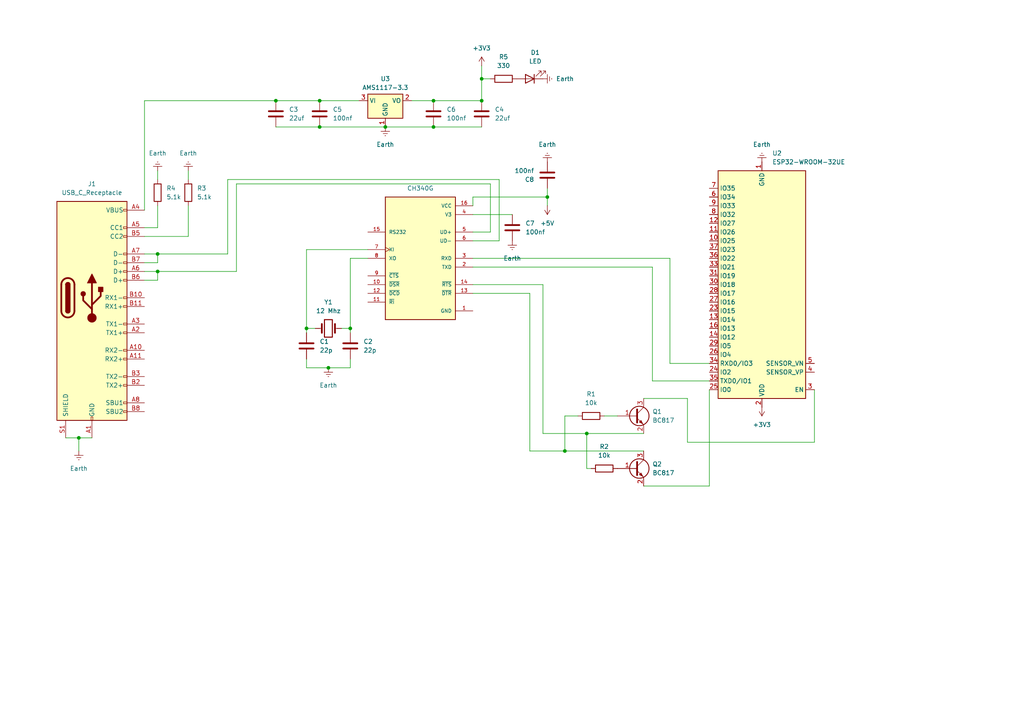
<source format=kicad_sch>
(kicad_sch (version 20231120) (generator "eeschema") (generator_version "8.0")
  (paper "A4")
  (lib_symbols
    (symbol "CH340G:CH340G" (pin_names (offset 1.016))
      (property "Reference" "U" (at -10.16 20.32 0))
      (property "Value" "CH340G" (at -10.16 -22.86 0))
      (symbol "CH340G_0_0"
        (rectangle (start -10.16 -17.78) (end 10.16 17.78) (stroke (width 0.254)) (fill (type background)))
        (pin power_in line (at 15.24 -15.24 180) (length 5.08) (name "GND") (number "1"))
        (pin input line (at -15.24 -7.62 0) (length 5.08) (name "~{DSR}") (number "10"))
        (pin input line (at -15.24 -12.7 0) (length 5.08) (name "~{RI}") (number "11"))
        (pin input line (at -15.24 -10.16 0) (length 5.08) (name "~{DCD}") (number "12"))
        (pin output line (at 15.24 -10.16 180) (length 5.08) (name "~{DTR}") (number "13"))
        (pin output line (at 15.24 -7.62 180) (length 5.08) (name "~{RTS}") (number "14"))
        (pin input line (at -15.24 7.62 0) (length 5.08) (name "RS232") (number "15"))
        (pin power_in line (at 15.24 15.24 180) (length 5.08) (name "VCC") (number "16"))
        (pin output line (at 15.24 -2.54 180) (length 5.08) (name "TXD") (number "2"))
        (pin input line (at 15.24 0 180) (length 5.08) (name "RXD") (number "3"))
        (pin power_in line (at 15.24 12.7 180) (length 5.08) (name "V3") (number "4"))
        (pin bidirectional line (at 15.24 7.62 180) (length 5.08) (name "UD+") (number "5"))
        (pin bidirectional line (at 15.24 5.08 180) (length 5.08) (name "UD-") (number "6"))
        (pin input clock (at -15.24 2.54 0) (length 5.08) (name "XI") (number "7"))
        (pin output line (at -15.24 0 0) (length 5.08) (name "XO") (number "8"))
        (pin input line (at -15.24 -5.08 0) (length 5.08) (name "~{CTS}") (number "9"))
      )
    )
    (symbol "Connector:USB_C_Receptacle" (pin_names (offset 1.016))
      (property "Reference" "J" (at -10.16 29.21 0))
      (property "Value" "USB_C_Receptacle" (at 10.16 29.21 0))
      (symbol "USB_C_Receptacle_0_0"
        (rectangle (start -0.254 -35.56) (end 0.254 -34.544))
        (rectangle (start 10.16 -32.766) (end 9.144 -33.274))
        (rectangle (start 10.16 -30.226) (end 9.144 -30.734))
        (rectangle (start 10.16 -25.146) (end 9.144 -25.654))
        (rectangle (start 10.16 -22.606) (end 9.144 -23.114))
        (rectangle (start 10.16 -17.526) (end 9.144 -18.034))
        (rectangle (start 10.16 -14.986) (end 9.144 -15.494))
        (rectangle (start 10.16 -9.906) (end 9.144 -10.414))
        (rectangle (start 10.16 -7.366) (end 9.144 -7.874))
        (rectangle (start 10.16 -2.286) (end 9.144 -2.794))
        (rectangle (start 10.16 0.254) (end 9.144 -0.254))
        (rectangle (start 10.16 5.334) (end 9.144 4.826))
        (rectangle (start 10.16 7.874) (end 9.144 7.366))
        (rectangle (start 10.16 10.414) (end 9.144 9.906))
        (rectangle (start 10.16 12.954) (end 9.144 12.446))
        (rectangle (start 10.16 18.034) (end 9.144 17.526))
        (rectangle (start 10.16 20.574) (end 9.144 20.066))
        (rectangle (start 10.16 25.654) (end 9.144 25.146))
      )
      (symbol "USB_C_Receptacle_0_1"
        (rectangle (start -10.16 27.94) (end 10.16 -35.56) (stroke (width 0.254)) (fill (type background)))
        (arc (start -8.89 -3.81) (mid -6.985 -5.7067) (end -5.08 -3.81) (stroke (width 0.508)))
        (arc (start -7.62 -3.81) (mid -6.985 -4.4423) (end -6.35 -3.81) (stroke (width 0.254)))
        (arc (start -7.62 -3.81) (mid -6.985 -4.4423) (end -6.35 -3.81) (stroke (width 0.254)) (fill (type outline)))
        (rectangle (start -7.62 -3.81) (end -6.35 3.81) (stroke (width 0.254)) (fill (type outline)))
        (arc (start -6.35 3.81) (mid -6.985 4.4423) (end -7.62 3.81) (stroke (width 0.254)))
        (arc (start -6.35 3.81) (mid -6.985 4.4423) (end -7.62 3.81) (stroke (width 0.254)) (fill (type outline)))
        (arc (start -5.08 3.81) (mid -6.985 5.7067) (end -8.89 3.81) (stroke (width 0.508)))
        (polyline (pts (xy -8.89 -3.81) (xy -8.89 3.81)) (stroke (width 0.508)))
        (polyline (pts (xy -5.08 3.81) (xy -5.08 -3.81)) (stroke (width 0.508)))
      )
      (symbol "USB_C_Receptacle_1_1"
        (circle (center -2.54 1.143) (radius 0.635) (stroke (width 0.254)) (fill (type outline)))
        (circle (center 0 -5.842) (radius 1.27) (fill (type outline)))
        (polyline (pts (xy 0 -5.842) (xy 0 4.318)) (stroke (width 0.508)))
        (polyline (pts (xy 0 -3.302) (xy -2.54 -0.762) (xy -2.54 0.508)) (stroke (width 0.508)))
        (polyline (pts (xy 0 -2.032) (xy 2.54 0.508) (xy 2.54 1.778)) (stroke (width 0.508)))
        (polyline (pts (xy -1.27 4.318) (xy 0 6.858) (xy 1.27 4.318) (xy -1.27 4.318)) (stroke (width 0.254)) (fill (type outline)))
        (rectangle (start 1.905 1.778) (end 3.175 3.048) (stroke (width 0.254)) (fill (type outline)))
        (pin passive line (at 0 -40.64 90) (length 5.08) (name "GND") (number "A1"))
        (pin bidirectional line (at 15.24 -15.24 180) (length 5.08) (name "RX2-") (number "A10"))
        (pin bidirectional line (at 15.24 -17.78 180) (length 5.08) (name "RX2+") (number "A11"))
        (pin passive line (at 0 -40.64 90) (length 5.08) hide (name "GND") (number "A12"))
        (pin bidirectional line (at 15.24 -10.16 180) (length 5.08) (name "TX1+") (number "A2"))
        (pin bidirectional line (at 15.24 -7.62 180) (length 5.08) (name "TX1-") (number "A3"))
        (pin passive line (at 15.24 25.4 180) (length 5.08) (name "VBUS") (number "A4"))
        (pin bidirectional line (at 15.24 20.32 180) (length 5.08) (name "CC1") (number "A5"))
        (pin bidirectional line (at 15.24 7.62 180) (length 5.08) (name "D+") (number "A6"))
        (pin bidirectional line (at 15.24 12.7 180) (length 5.08) (name "D-") (number "A7"))
        (pin bidirectional line (at 15.24 -30.48 180) (length 5.08) (name "SBU1") (number "A8"))
        (pin passive line (at 15.24 25.4 180) (length 5.08) hide (name "VBUS") (number "A9"))
        (pin passive line (at 0 -40.64 90) (length 5.08) hide (name "GND") (number "B1"))
        (pin bidirectional line (at 15.24 0 180) (length 5.08) (name "RX1-") (number "B10"))
        (pin bidirectional line (at 15.24 -2.54 180) (length 5.08) (name "RX1+") (number "B11"))
        (pin passive line (at 0 -40.64 90) (length 5.08) hide (name "GND") (number "B12"))
        (pin bidirectional line (at 15.24 -25.4 180) (length 5.08) (name "TX2+") (number "B2"))
        (pin bidirectional line (at 15.24 -22.86 180) (length 5.08) (name "TX2-") (number "B3"))
        (pin passive line (at 15.24 25.4 180) (length 5.08) hide (name "VBUS") (number "B4"))
        (pin bidirectional line (at 15.24 17.78 180) (length 5.08) (name "CC2") (number "B5"))
        (pin bidirectional line (at 15.24 5.08 180) (length 5.08) (name "D+") (number "B6"))
        (pin bidirectional line (at 15.24 10.16 180) (length 5.08) (name "D-") (number "B7"))
        (pin bidirectional line (at 15.24 -33.02 180) (length 5.08) (name "SBU2") (number "B8"))
        (pin passive line (at 15.24 25.4 180) (length 5.08) hide (name "VBUS") (number "B9"))
        (pin passive line (at -7.62 -40.64 90) (length 5.08) (name "SHIELD") (number "S1"))
      )
    )
    (symbol "Device:C" (pin_numbers hide) (pin_names (offset 0.254))
      (property "Reference" "C" (at 0.635 2.54 0))
      (property "Value" "C" (at 0.635 -2.54 0))
      (symbol "C_0_1"
        (polyline (pts (xy -2.032 -0.762) (xy 2.032 -0.762)) (stroke (width 0.508)))
        (polyline (pts (xy -2.032 0.762) (xy 2.032 0.762)) (stroke (width 0.508)))
      )
      (symbol "C_1_1"
        (pin passive line (at 0 3.81 270) (length 2.794) (name "~") (number "1"))
        (pin passive line (at 0 -3.81 90) (length 2.794) (name "~") (number "2"))
      )
    )
    (symbol "Device:Crystal" (pin_numbers hide) (pin_names (offset 1.016) hide)
      (property "Reference" "Y" (at 0 3.81 0))
      (property "Value" "Crystal" (at 0 -3.81 0))
      (symbol "Crystal_0_1"
        (rectangle (start -1.143 2.54) (end 1.143 -2.54) (stroke (width 0.3048)))
        (polyline (pts (xy -2.54 0) (xy -1.905 0)))
        (polyline (pts (xy -1.905 -1.27) (xy -1.905 1.27)) (stroke (width 0.508)))
        (polyline (pts (xy 1.905 -1.27) (xy 1.905 1.27)) (stroke (width 0.508)))
        (polyline (pts (xy 2.54 0) (xy 1.905 0)))
      )
      (symbol "Crystal_1_1"
        (pin passive line (at -3.81 0 0) (length 1.27) (name "1") (number "1"))
        (pin passive line (at 3.81 0 180) (length 1.27) (name "2") (number "2"))
      )
    )
    (symbol "Device:LED" (pin_numbers hide) (pin_names (offset 1.016) hide)
      (property "Reference" "D" (at 0 2.54 0))
      (property "Value" "LED" (at 0 -2.54 0))
      (symbol "LED_0_1"
        (polyline (pts (xy -1.27 -1.27) (xy -1.27 1.27)) (stroke (width 0.254)))
        (polyline (pts (xy -1.27 0) (xy 1.27 0)))
        (polyline (pts (xy 1.27 -1.27) (xy 1.27 1.27) (xy -1.27 0) (xy 1.27 -1.27)) (stroke (width 0.254)))
        (polyline (pts (xy -3.048 -0.762) (xy -4.572 -2.286) (xy -3.81 -2.286) (xy -4.572 -2.286) (xy -4.572 -1.524)))
        (polyline (pts (xy -1.778 -0.762) (xy -3.302 -2.286) (xy -2.54 -2.286) (xy -3.302 -2.286) (xy -3.302 -1.524)))
      )
      (symbol "LED_1_1"
        (pin passive line (at -3.81 0 0) (length 2.54) (name "K") (number "1"))
        (pin passive line (at 3.81 0 180) (length 2.54) (name "A") (number "2"))
      )
    )
    (symbol "Device:R" (pin_numbers hide) (pin_names (offset 0))
      (property "Reference" "R" (at 2.032 0 90))
      (property "Value" "R" (at 0 0 90))
      (symbol "R_0_1"
        (rectangle (start -1.016 -2.54) (end 1.016 2.54) (stroke (width 0.254)))
      )
      (symbol "R_1_1"
        (pin passive line (at 0 3.81 270) (length 1.27) (name "~") (number "1"))
        (pin passive line (at 0 -3.81 90) (length 1.27) (name "~") (number "2"))
      )
    )
    (symbol "RF_Module:ESP32-WROOM-32UE"
      (property "Reference" "U" (at -12.7 34.29 0))
      (property "Value" "ESP32-WROOM-32UE" (at 1.27 34.29 0))
      (symbol "ESP32-WROOM-32UE_0_1"
        (rectangle (start -12.7 33.02) (end 12.7 -33.02) (stroke (width 0.254)) (fill (type background)))
      )
      (symbol "ESP32-WROOM-32UE_1_1"
        (pin power_in line (at 0 -35.56 90) (length 2.54) (name "GND") (number "1"))
        (pin bidirectional line (at 15.24 -12.7 180) (length 2.54) (name "IO25") (number "10"))
        (pin bidirectional line (at 15.24 -15.24 180) (length 2.54) (name "IO26") (number "11"))
        (pin bidirectional line (at 15.24 -17.78 180) (length 2.54) (name "IO27") (number "12"))
        (pin bidirectional line (at 15.24 10.16 180) (length 2.54) (name "IO14") (number "13"))
        (pin bidirectional line (at 15.24 15.24 180) (length 2.54) (name "IO12") (number "14"))
        (pin passive line (at 0 -35.56 90) (length 2.54) hide (name "GND") (number "15"))
        (pin bidirectional line (at 15.24 12.7 180) (length 2.54) (name "IO13") (number "16"))
        (pin no_connect line (at -12.7 -5.08 0) (length 2.54) hide (name "NC") (number "17"))
        (pin no_connect line (at -12.7 -7.62 0) (length 2.54) hide (name "NC") (number "18"))
        (pin no_connect line (at -12.7 -12.7 0) (length 2.54) hide (name "NC") (number "19"))
        (pin power_in line (at 0 35.56 270) (length 2.54) (name "VDD") (number "2"))
        (pin no_connect line (at -12.7 -10.16 0) (length 2.54) hide (name "NC") (number "20"))
        (pin no_connect line (at -12.7 0 0) (length 2.54) hide (name "NC") (number "21"))
        (pin no_connect line (at -12.7 -2.54 0) (length 2.54) hide (name "NC") (number "22"))
        (pin bidirectional line (at 15.24 7.62 180) (length 2.54) (name "IO15") (number "23"))
        (pin bidirectional line (at 15.24 25.4 180) (length 2.54) (name "IO2") (number "24"))
        (pin bidirectional line (at 15.24 30.48 180) (length 2.54) (name "IO0") (number "25"))
        (pin bidirectional line (at 15.24 20.32 180) (length 2.54) (name "IO4") (number "26"))
        (pin bidirectional line (at 15.24 5.08 180) (length 2.54) (name "IO16") (number "27"))
        (pin bidirectional line (at 15.24 2.54 180) (length 2.54) (name "IO17") (number "28"))
        (pin bidirectional line (at 15.24 17.78 180) (length 2.54) (name "IO5") (number "29"))
        (pin input line (at -15.24 30.48 0) (length 2.54) (name "EN") (number "3"))
        (pin bidirectional line (at 15.24 0 180) (length 2.54) (name "IO18") (number "30"))
        (pin bidirectional line (at 15.24 -2.54 180) (length 2.54) (name "IO19") (number "31"))
        (pin no_connect line (at -12.7 -27.94 0) (length 2.54) hide (name "NC") (number "32"))
        (pin bidirectional line (at 15.24 -5.08 180) (length 2.54) (name "IO21") (number "33"))
        (pin bidirectional line (at 15.24 22.86 180) (length 2.54) (name "RXD0/IO3") (number "34"))
        (pin bidirectional line (at 15.24 27.94 180) (length 2.54) (name "TXD0/IO1") (number "35"))
        (pin bidirectional line (at 15.24 -7.62 180) (length 2.54) (name "IO22") (number "36"))
        (pin bidirectional line (at 15.24 -10.16 180) (length 2.54) (name "IO23") (number "37"))
        (pin passive line (at 0 -35.56 90) (length 2.54) hide (name "GND") (number "38"))
        (pin passive line (at 0 -35.56 90) (length 2.54) hide (name "GND") (number "39"))
        (pin input line (at -15.24 25.4 0) (length 2.54) (name "SENSOR_VP") (number "4"))
        (pin input line (at -15.24 22.86 0) (length 2.54) (name "SENSOR_VN") (number "5"))
        (pin input line (at 15.24 -25.4 180) (length 2.54) (name "IO34") (number "6"))
        (pin input line (at 15.24 -27.94 180) (length 2.54) (name "IO35") (number "7"))
        (pin bidirectional line (at 15.24 -20.32 180) (length 2.54) (name "IO32") (number "8"))
        (pin bidirectional line (at 15.24 -22.86 180) (length 2.54) (name "IO33") (number "9"))
      )
    )
    (symbol "Regulator_Linear:AMS1117-3.3"
      (property "Reference" "U" (at -3.81 3.175 0))
      (property "Value" "AMS1117-3.3" (at 0 3.175 0))
      (symbol "AMS1117-3.3_0_1"
        (rectangle (start -5.08 -5.08) (end 5.08 1.905) (stroke (width 0.254)) (fill (type background)))
      )
      (symbol "AMS1117-3.3_1_1"
        (pin power_in line (at 0 -7.62 90) (length 2.54) (name "GND") (number "1"))
        (pin power_out line (at 7.62 0 180) (length 2.54) (name "VO") (number "2"))
        (pin power_in line (at -7.62 0 0) (length 2.54) (name "VI") (number "3"))
      )
    )
    (symbol "Transistor_BJT:BC817" (pin_names (offset 0) hide)
      (property "Reference" "Q" (at 5.08 1.905 0))
      (property "Value" "BC817" (at 5.08 0 0))
      (symbol "BC817_0_1"
        (polyline (pts (xy 0.635 0.635) (xy 2.54 2.54)))
        (polyline (pts (xy 0.635 -0.635) (xy 2.54 -2.54) (xy 2.54 -2.54)))
        (polyline (pts (xy 0.635 1.905) (xy 0.635 -1.905) (xy 0.635 -1.905)) (stroke (width 0.508)))
        (polyline (pts (xy 1.27 -1.778) (xy 1.778 -1.27) (xy 2.286 -2.286) (xy 1.27 -1.778) (xy 1.27 -1.778)) (fill (type outline)))
        (circle (center 1.27 0) (radius 2.8194) (stroke (width 0.254)))
      )
      (symbol "BC817_1_1"
        (pin input line (at -5.08 0 0) (length 5.715) (name "B") (number "1"))
        (pin passive line (at 2.54 -5.08 90) (length 2.54) (name "E") (number "2"))
        (pin passive line (at 2.54 5.08 270) (length 2.54) (name "C") (number "3"))
      )
    )
    (symbol "power:+3V3" (power) (pin_numbers hide) (pin_names (offset 0) hide)
      (property "Value" "+3V3" (at 0 3.556 0))
      (symbol "+3V3_0_1"
        (polyline (pts (xy -0.762 1.27) (xy 0 2.54)))
        (polyline (pts (xy 0 0) (xy 0 2.54)))
        (polyline (pts (xy 0 2.54) (xy 0.762 1.27)))
      )
      (symbol "+3V3_1_1"
        (pin power_in line (at 0 0 90) (length 0) (name "~") (number "1"))
      )
    )
    (symbol "power:+5V" (power) (pin_numbers hide) (pin_names (offset 0) hide)
      (property "Value" "+5V" (at 0 3.556 0))
      (symbol "+5V_0_1"
        (polyline (pts (xy -0.762 1.27) (xy 0 2.54)))
        (polyline (pts (xy 0 0) (xy 0 2.54)))
        (polyline (pts (xy 0 2.54) (xy 0.762 1.27)))
      )
      (symbol "+5V_1_1"
        (pin power_in line (at 0 0 90) (length 0) (name "~") (number "1"))
      )
    )
    (symbol "power:Earth" (power) (pin_numbers hide) (pin_names (offset 0) hide)
      (property "Value" "Earth" (at 0 -3.81 0))
      (symbol "Earth_0_1"
        (polyline (pts (xy -0.635 -1.905) (xy 0.635 -1.905)))
        (polyline (pts (xy -0.127 -2.54) (xy 0.127 -2.54)))
        (polyline (pts (xy 0 -1.27) (xy 0 0)))
        (polyline (pts (xy 1.27 -1.27) (xy -1.27 -1.27)))
      )
      (symbol "Earth_1_1"
        (pin power_in line (at 0 0 270) (length 0) (name "~") (number "1"))
      )
    )
  )
  (junction (at 92.71 36.83))
  (junction (at 22.86 127))
  (junction (at 92.71 29.21))
  (junction (at 111.76 36.83))
  (junction (at 170.18 125.73))
  (junction (at 45.72 78.74))
  (junction (at 139.7 22.86))
  (junction (at 158.75 57.15))
  (junction (at 139.7 29.21))
  (junction (at 125.73 29.21))
  (junction (at 95.25 106.68))
  (junction (at 101.6 95.25))
  (junction (at 125.73 36.83))
  (junction (at 45.72 73.66))
  (junction (at 80.01 29.21))
  (junction (at 88.9 95.25))
  (junction (at 163.83 130.81))
  (wire (pts (xy 153.67 130.81) (xy 153.67 85.09)))
  (wire (pts (xy 205.74 110.49) (xy 189.23 110.49)))
  (wire (pts (xy 41.91 29.21) (xy 80.01 29.21)))
  (wire (pts (xy 101.6 74.93) (xy 101.6 95.25)))
  (wire (pts (xy 139.7 22.86) (xy 139.7 29.21)))
  (wire (pts (xy 189.23 77.47) (xy 137.16 77.47)))
  (wire (pts (xy 54.61 59.69) (xy 54.61 68.58)))
  (wire (pts (xy 41.91 29.21) (xy 41.91 60.96)))
  (wire (pts (xy 167.64 120.65) (xy 163.83 120.65)))
  (wire (pts (xy 125.73 29.21) (xy 139.7 29.21)))
  (wire (pts (xy 88.9 95.25) (xy 88.9 96.52)))
  (wire (pts (xy 66.04 52.07) (xy 66.04 73.66)))
  (wire (pts (xy 158.75 57.15) (xy 158.75 54.61)))
  (wire (pts (xy 45.72 66.04) (xy 45.72 59.69)))
  (wire (pts (xy 144.78 52.07) (xy 66.04 52.07)))
  (wire (pts (xy 22.86 127) (xy 26.67 127)))
  (wire (pts (xy 199.39 128.27) (xy 199.39 115.57)))
  (wire (pts (xy 92.71 36.83) (xy 111.76 36.83)))
  (wire (pts (xy 194.31 74.93) (xy 194.31 105.41)))
  (wire (pts (xy 45.72 81.28) (xy 45.72 78.74)))
  (wire (pts (xy 137.16 74.93) (xy 194.31 74.93)))
  (wire (pts (xy 66.04 73.66) (xy 45.72 73.66)))
  (wire (pts (xy 142.24 67.31) (xy 142.24 53.34)))
  (wire (pts (xy 88.9 106.68) (xy 88.9 104.14)))
  (wire (pts (xy 170.18 135.89) (xy 170.18 125.73)))
  (wire (pts (xy 68.58 78.74) (xy 45.72 78.74)))
  (wire (pts (xy 236.22 128.27) (xy 199.39 128.27)))
  (wire (pts (xy 41.91 66.04) (xy 45.72 66.04)))
  (wire (pts (xy 104.14 29.21) (xy 92.71 29.21)))
  (wire (pts (xy 80.01 29.21) (xy 92.71 29.21)))
  (wire (pts (xy 99.06 95.25) (xy 101.6 95.25)))
  (wire (pts (xy 45.72 73.66) (xy 45.72 76.2)))
  (wire (pts (xy 41.91 68.58) (xy 54.61 68.58)))
  (wire (pts (xy 101.6 95.25) (xy 101.6 96.52)))
  (wire (pts (xy 95.25 106.68) (xy 101.6 106.68)))
  (wire (pts (xy 163.83 120.65) (xy 163.83 130.81)))
  (wire (pts (xy 45.72 76.2) (xy 41.91 76.2)))
  (wire (pts (xy 194.31 105.41) (xy 205.74 105.41)))
  (wire (pts (xy 163.83 130.81) (xy 153.67 130.81)))
  (wire (pts (xy 88.9 72.39) (xy 106.68 72.39)))
  (wire (pts (xy 101.6 74.93) (xy 106.68 74.93)))
  (wire (pts (xy 68.58 53.34) (xy 68.58 78.74)))
  (wire (pts (xy 111.76 36.83) (xy 125.73 36.83)))
  (wire (pts (xy 137.16 67.31) (xy 142.24 67.31)))
  (wire (pts (xy 54.61 49.53) (xy 54.61 52.07)))
  (wire (pts (xy 142.24 53.34) (xy 68.58 53.34)))
  (wire (pts (xy 153.67 85.09) (xy 137.16 85.09)))
  (wire (pts (xy 139.7 19.05) (xy 139.7 22.86)))
  (wire (pts (xy 45.72 73.66) (xy 41.91 73.66)))
  (wire (pts (xy 144.78 69.85) (xy 144.78 52.07)))
  (wire (pts (xy 125.73 36.83) (xy 139.7 36.83)))
  (wire (pts (xy 158.75 59.69) (xy 158.75 57.15)))
  (wire (pts (xy 22.86 130.81) (xy 22.86 127)))
  (wire (pts (xy 137.16 82.55) (xy 157.48 82.55)))
  (wire (pts (xy 19.05 127) (xy 22.86 127)))
  (wire (pts (xy 137.16 57.15) (xy 137.16 59.69)))
  (wire (pts (xy 101.6 106.68) (xy 101.6 104.14)))
  (wire (pts (xy 80.01 36.83) (xy 92.71 36.83)))
  (wire (pts (xy 45.72 52.07) (xy 45.72 49.53)))
  (wire (pts (xy 186.69 140.97) (xy 205.74 140.97)))
  (wire (pts (xy 119.38 29.21) (xy 125.73 29.21)))
  (wire (pts (xy 157.48 125.73) (xy 170.18 125.73)))
  (wire (pts (xy 137.16 62.23) (xy 148.59 62.23)))
  (wire (pts (xy 157.48 82.55) (xy 157.48 125.73)))
  (wire (pts (xy 91.44 95.25) (xy 88.9 95.25)))
  (wire (pts (xy 88.9 72.39) (xy 88.9 95.25)))
  (wire (pts (xy 236.22 113.03) (xy 236.22 128.27)))
  (wire (pts (xy 186.69 130.81) (xy 163.83 130.81)))
  (wire (pts (xy 137.16 69.85) (xy 144.78 69.85)))
  (wire (pts (xy 199.39 115.57) (xy 186.69 115.57)))
  (wire (pts (xy 171.45 135.89) (xy 170.18 135.89)))
  (wire (pts (xy 45.72 78.74) (xy 41.91 78.74)))
  (wire (pts (xy 158.75 57.15) (xy 137.16 57.15)))
  (wire (pts (xy 88.9 106.68) (xy 95.25 106.68)))
  (wire (pts (xy 170.18 125.73) (xy 186.69 125.73)))
  (wire (pts (xy 41.91 81.28) (xy 45.72 81.28)))
  (wire (pts (xy 205.74 140.97) (xy 205.74 113.03)))
  (wire (pts (xy 179.07 120.65) (xy 175.26 120.65)))
  (wire (pts (xy 189.23 110.49) (xy 189.23 77.47)))
  (wire (pts (xy 142.24 22.86) (xy 139.7 22.86)))
  (symbol (lib_id "Device:C") (at 158.75 50.8 180) (unit 1)
    (property "Reference" "C8" (at 154.94 52.0701 0) (effects (justify left)))
    (property "Value" "100nf" (at 154.94 49.5301 0) (effects (justify left)))
    (property "Footprint" "Capacitor_SMD:C_0201_0603Metric" (effects (hide yes)))
    (property "Description" "Unpolarized capacitor" (effects (hide yes)))
  )
  (symbol (lib_id "power:Earth") (at 95.25 106.68 0) (unit 1)
    (property "Reference" "#PWR01" (effects (hide yes)))
    (property "Value" "Earth" (at 95.25 111.76 0))
    (property "Description" "Power symbol creates a global label with name \"Earth\"" (effects (hide yes)))
  )
  (symbol (lib_id "power:Earth") (at 158.75 46.99 180) (unit 1)
    (property "Reference" "#PWR02" (effects (hide yes)))
    (property "Value" "Earth" (at 158.75 41.91 0))
    (property "Description" "Power symbol creates a global label with name \"Earth\"" (effects (hide yes)))
  )
  (symbol (lib_id "power:+3V3") (at 220.98 118.11 180) (unit 1)
    (property "Reference" "#PWR07" (effects (hide yes)))
    (property "Value" "+3V3" (at 220.98 123.19 0))
    (property "Description" "Power symbol creates a global label with name \"+3V3\"" (effects (hide yes)))
  )
  (symbol (lib_id "Device:C") (at 92.71 33.02 0) (unit 1)
    (property "Reference" "C5" (at 96.52 31.7499 0) (effects (justify left)))
    (property "Value" "100nf" (at 96.52 34.2899 0) (effects (justify left)))
    (property "Footprint" "Capacitor_SMD:C_0201_0603Metric" (effects (hide yes)))
    (property "Description" "Unpolarized capacitor" (effects (hide yes)))
  )
  (symbol (lib_id "Device:C") (at 80.01 33.02 0) (unit 1)
    (property "Reference" "C3" (at 83.82 31.7499 0) (effects (justify left)))
    (property "Value" "22uf" (at 83.82 34.2899 0) (effects (justify left)))
    (property "Footprint" "Capacitor_SMD:C_0201_0603Metric" (effects (hide yes)))
    (property "Description" "Unpolarized capacitor" (effects (hide yes)))
  )
  (symbol (lib_id "Regulator_Linear:AMS1117-3.3") (at 111.76 29.21 0) (unit 1)
    (property "Reference" "U3" (at 111.76 22.86 0))
    (property "Value" "AMS1117-3.3" (at 111.76 25.4 0))
    (property "Footprint" "Package_TO_SOT_SMD:SOT-223-3_TabPin2" (effects (hide yes)))
    (property "Datasheet" "http://www.advanced-monolithic.com/pdf/ds1117.pdf" (effects (hide yes)))
    (property "Description" "1A Low Dropout regulator, positive, 3.3V fixed output, SOT-223" (effects (hide yes)))
  )
  (symbol (lib_id "power:Earth") (at 45.72 49.53 180) (unit 1)
    (property "Reference" "#PWR010" (effects (hide yes)))
    (property "Value" "Earth" (at 45.72 44.45 0))
    (property "Description" "Power symbol creates a global label with name \"Earth\"" (effects (hide yes)))
  )
  (symbol (lib_id "Device:C") (at 139.7 33.02 0) (unit 1)
    (property "Reference" "C4" (at 143.51 31.7499 0) (effects (justify left)))
    (property "Value" "22uf" (at 143.51 34.2899 0) (effects (justify left)))
    (property "Footprint" "Capacitor_SMD:C_0201_0603Metric" (effects (hide yes)))
    (property "Description" "Unpolarized capacitor" (effects (hide yes)))
  )
  (symbol (lib_id "Device:R") (at 175.26 135.89 270) (unit 1)
    (property "Reference" "R2" (at 175.26 129.54 90))
    (property "Value" "10k" (at 175.26 132.08 90))
    (property "Footprint" "Resistor_SMD:R_1206_3216Metric" (effects (hide yes)))
    (property "Description" "Resistor" (effects (hide yes)))
  )
  (symbol (lib_id "Transistor_BJT:BC817") (at 184.15 135.89 0) (unit 1)
    (property "Reference" "Q2" (at 189.23 134.6199 0) (effects (justify left)))
    (property "Value" "BC817" (at 189.23 137.1599 0) (effects (justify left)))
    (property "Footprint" "Package_TO_SOT_SMD:SOT-23" (effects (hide yes)))
    (property "Datasheet" "https://www.onsemi.com/pub/Collateral/BC818-D.pdf" (effects (hide yes)))
    (property "Description" "0.8A Ic, 45V Vce, NPN Transistor, SOT-23" (effects (hide yes)))
  )
  (symbol (lib_id "Device:R") (at 146.05 22.86 90) (unit 1)
    (property "Reference" "R5" (at 146.05 16.51 90))
    (property "Value" "330" (at 146.05 19.05 90))
    (property "Footprint" "Resistor_SMD:R_0201_0603Metric" (effects (hide yes)))
    (property "Description" "Resistor" (effects (hide yes)))
  )
  (symbol (lib_id "Transistor_BJT:BC817") (at 184.15 120.65 0) (unit 1)
    (property "Reference" "Q1" (at 189.23 119.3799 0) (effects (justify left)))
    (property "Value" "BC817" (at 189.23 121.9199 0) (effects (justify left)))
    (property "Footprint" "Package_TO_SOT_SMD:SOT-23" (effects (hide yes)))
    (property "Datasheet" "https://www.onsemi.com/pub/Collateral/BC818-D.pdf" (effects (hide yes)))
    (property "Description" "0.8A Ic, 45V Vce, NPN Transistor, SOT-23" (effects (hide yes)))
  )
  (symbol (lib_id "Device:C") (at 101.6 100.33 0) (unit 1)
    (property "Reference" "C2" (at 105.41 99.0599 0) (effects (justify left)))
    (property "Value" "22p" (at 105.41 101.5999 0) (effects (justify left)))
    (property "Footprint" "Capacitor_SMD:C_1206_3216Metric" (effects (hide yes)))
    (property "Description" "Unpolarized capacitor" (effects (hide yes)))
  )
  (symbol (lib_id "power:+5V") (at 158.75 59.69 180) (unit 1)
    (property "Reference" "#PWR06" (effects (hide yes)))
    (property "Value" "+5V" (at 158.75 64.77 0))
    (property "Description" "Power symbol creates a global label with name \"+5V\"" (effects (hide yes)))
  )
  (symbol (lib_id "power:Earth") (at 54.61 49.53 180) (unit 1)
    (property "Reference" "#PWR011" (effects (hide yes)))
    (property "Value" "Earth" (at 54.61 44.45 0))
    (property "Description" "Power symbol creates a global label with name \"Earth\"" (effects (hide yes)))
  )
  (symbol (lib_id "power:Earth") (at 22.86 130.81 0) (unit 1)
    (property "Reference" "#PWR012" (effects (hide yes)))
    (property "Value" "Earth" (at 22.86 135.89 0))
    (property "Description" "Power symbol creates a global label with name \"Earth\"" (effects (hide yes)))
  )
  (symbol (lib_id "Device:R") (at 171.45 120.65 270) (unit 1)
    (property "Reference" "R1" (at 171.45 114.3 90))
    (property "Value" "10k" (at 171.45 116.84 90))
    (property "Footprint" "Resistor_SMD:R_1206_3216Metric" (effects (hide yes)))
    (property "Description" "Resistor" (effects (hide yes)))
  )
  (symbol (lib_id "Connector:USB_C_Receptacle") (at 26.67 86.36 0) (unit 1)
    (property "Reference" "J1" (at 26.67 53.34 0))
    (property "Value" "USB_C_Receptacle" (at 26.67 55.88 0))
    (property "Footprint" "Connector_USB:USB_C_Receptacle_Palconn_UTC16-G" (effects (hide yes)))
    (property "Datasheet" "https://www.usb.org/sites/default/files/documents/usb_type-c.zip" (effects (hide yes)))
    (property "Description" "USB Full-Featured Type-C Receptacle connector" (effects (hide yes)))
  )
  (symbol (lib_id "Device:C") (at 148.59 66.04 0) (unit 1)
    (property "Reference" "C7" (at 152.4 64.7699 0) (effects (justify left)))
    (property "Value" "100nf" (at 152.4 67.3099 0) (effects (justify left)))
    (property "Footprint" "Capacitor_SMD:C_0201_0603Metric" (effects (hide yes)))
    (property "Description" "Unpolarized capacitor" (effects (hide yes)))
  )
  (symbol (lib_id "Device:R") (at 54.61 55.88 0) (unit 1)
    (property "Reference" "R3" (at 57.15 54.6099 0) (effects (justify left)))
    (property "Value" "5.1k" (at 57.15 57.1499 0) (effects (justify left)))
    (property "Footprint" "Resistor_SMD:R_1206_3216Metric" (effects (hide yes)))
    (property "Description" "Resistor" (effects (hide yes)))
  )
  (symbol (lib_id "power:Earth") (at 111.76 36.83 0) (unit 1)
    (property "Reference" "#PWR04" (effects (hide yes)))
    (property "Value" "Earth" (at 111.76 41.91 0))
    (property "Description" "Power symbol creates a global label with name \"Earth\"" (effects (hide yes)))
  )
  (symbol (lib_id "Device:C") (at 125.73 33.02 0) (unit 1)
    (property "Reference" "C6" (at 129.54 31.7499 0) (effects (justify left)))
    (property "Value" "100nf" (at 129.54 34.2899 0) (effects (justify left)))
    (property "Footprint" "Capacitor_SMD:C_0201_0603Metric" (effects (hide yes)))
    (property "Description" "Unpolarized capacitor" (effects (hide yes)))
  )
  (symbol (lib_id "power:Earth") (at 148.59 69.85 0) (unit 1)
    (property "Reference" "#PWR05" (effects (hide yes)))
    (property "Value" "Earth" (at 148.59 74.93 0))
    (property "Description" "Power symbol creates a global label with name \"Earth\"" (effects (hide yes)))
  )
  (symbol (lib_id "power:+3V3") (at 139.7 19.05 0) (unit 1)
    (property "Reference" "#PWR03" (effects (hide yes)))
    (property "Value" "+3V3" (at 139.7 13.97 0))
    (property "Description" "Power symbol creates a global label with name \"+3V3\"" (effects (hide yes)))
  )
  (symbol (lib_id "Device:LED") (at 153.67 22.86 180) (unit 1)
    (property "Reference" "D1" (at 155.2575 15.24 0))
    (property "Value" "LED" (at 155.2575 17.78 0))
    (property "Footprint" "LED_SMD:LED_0201_0603Metric" (effects (hide yes)))
    (property "Description" "Light emitting diode" (effects (hide yes)))
  )
  (symbol (lib_id "CH340G:CH340G") (at 121.92 74.93 0) (unit 1)
    (property "Reference" "U1" (effects (hide yes)))
    (property "Value" "CH340G" (at 121.92 54.61 0))
    (property "Footprint" "CH340G:SOIC127P600X180-16N" (effects (hide yes)))
    (property "MF" "WCH" (effects (hide yes)))
    (property "MAXIMUM_PACKAGE_HEIGHT" "1.8 mm" (effects (hide yes)))
    (property "Package" "None" (effects (hide yes)))
    (property "Price" "None" (effects (hide yes)))
    (property "Check_prices" "https://www.snapeda.com/parts/Ch340G/WCH/view-part/?ref=eda" (effects (hide yes)))
    (property "STANDARD" "IPC 7351B" (effects (hide yes)))
    (property "PARTREV" "2G" (effects (hide yes)))
    (property "SnapEDA_Link" "https://www.snapeda.com/parts/Ch340G/WCH/view-part/?ref=snap" (effects (hide yes)))
    (property "MP" "Ch340G" (effects (hide yes)))
    (property "Description_1" "\n                        \n                            USB Interface Integrated Circuit\n                        \n" (effects (hide yes)))
    (property "Availability" "Not in stock" (effects (hide yes)))
    (property "MANUFACTURER" "WCH" (effects (hide yes)))
  )
  (symbol (lib_id "Device:R") (at 45.72 55.88 0) (unit 1)
    (property "Reference" "R4" (at 48.26 54.6099 0) (effects (justify left)))
    (property "Value" "5.1k" (at 48.26 57.1499 0) (effects (justify left)))
    (property "Footprint" "Resistor_SMD:R_1206_3216Metric" (effects (hide yes)))
    (property "Description" "Resistor" (effects (hide yes)))
  )
  (symbol (lib_id "RF_Module:ESP32-WROOM-32UE") (at 220.98 82.55 180) (unit 1)
    (property "Reference" "U2" (at 223.9965 44.45 0) (effects (justify right)))
    (property "Value" "ESP32-WROOM-32UE" (at 223.9965 46.99 0) (effects (justify right)))
    (property "Footprint" "RF_Module:ESP32-WROOM-32UE" (effects (hide yes)))
    (property "Datasheet" "https://www.espressif.com/sites/default/files/documentation/esp32-wroom-32e_esp32-wroom-32ue_datasheet_en.pdf" (effects (hide yes)))
    (property "Description" "RF Module, ESP32-D0WD-V3 SoC, without PSRAM, Wi-Fi 802.11b/g/n, Bluetooth, BLE, 32-bit, 2.7-3.6V, external antenna, SMD" (effects (hide yes)))
  )
  (symbol (lib_id "power:Earth") (at 220.98 46.99 180) (unit 1)
    (property "Reference" "#PWR08" (effects (hide yes)))
    (property "Value" "Earth" (at 220.98 41.91 0))
    (property "Description" "Power symbol creates a global label with name \"Earth\"" (effects (hide yes)))
  )
  (symbol (lib_id "Device:Crystal") (at 95.25 95.25 0) (unit 1)
    (property "Reference" "Y1" (at 95.25 87.63 0))
    (property "Value" "12 Mhz" (at 95.25 90.17 0))
    (property "Footprint" "Crystal:Crystal_HC18-U_Vertical" (effects (hide yes)))
    (property "Description" "Two pin crystal" (effects (hide yes)))
  )
  (symbol (lib_id "power:Earth") (at 157.48 22.86 90) (unit 1)
    (property "Reference" "#PWR09" (effects (hide yes)))
    (property "Value" "Earth" (at 161.29 22.8599 90) (effects (justify right)))
    (property "Description" "Power symbol creates a global label with name \"Earth\"" (effects (hide yes)))
  )
  (symbol (lib_id "Device:C") (at 88.9 100.33 0) (unit 1)
    (property "Reference" "C1" (at 92.71 99.0599 0) (effects (justify left)))
    (property "Value" "22p" (at 92.71 101.5999 0) (effects (justify left)))
    (property "Footprint" "Capacitor_SMD:C_1206_3216Metric" (effects (hide yes)))
    (property "Description" "Unpolarized capacitor" (effects (hide yes)))
  )
)
</source>
